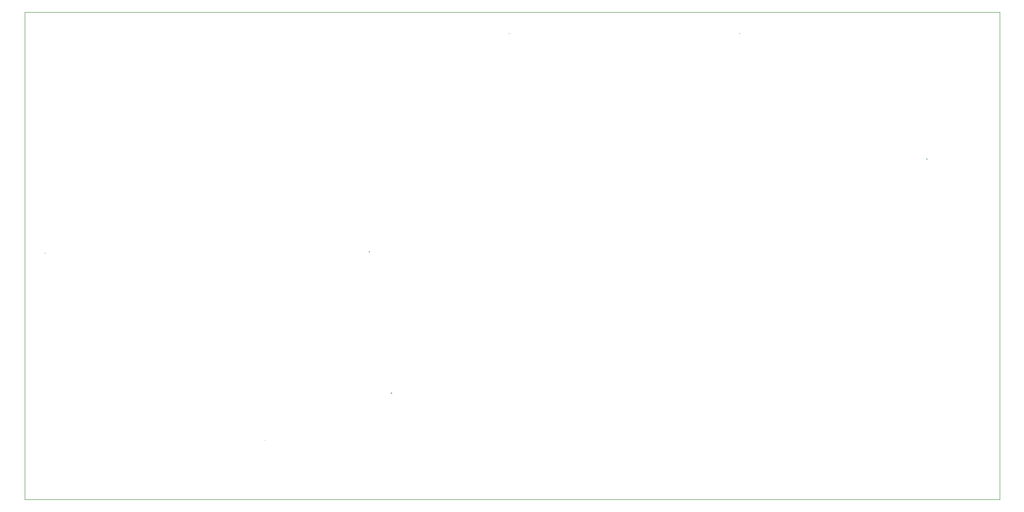
<source format=gbp>
%FSTAX23Y23*%
%MOIN*%
%SFA1B1*%

%IPPOS*%
%ADD19C,0.002360*%
%ADD20C,0.004720*%
%ADD21C,0.002700*%
%LN6502_carrier-1*%
%LPD*%
G54D19*
X06814Y04405D02*
D01*
X06814Y04405*
X06814Y04405*
X06814Y04405*
X06814Y04405*
X06814Y04405*
X06814Y04405*
X06814Y04405*
X06814Y04406*
X06814Y04406*
X06814Y04406*
X06814Y04406*
X06814Y04406*
X06814Y04406*
X06814Y04406*
X06813Y04406*
X06813Y04406*
X06813Y04406*
X06813Y04406*
X06813Y04406*
X06813Y04406*
X06813Y04406*
X06813Y04406*
X06813*
X06813Y04406*
X06813Y04406*
X06813Y04406*
X06812Y04406*
X06812Y04406*
X06812Y04406*
X06812Y04406*
X06812Y04406*
X06812Y04406*
X06812Y04406*
X06812Y04406*
X06812Y04406*
X06812Y04406*
X06812Y04406*
X06812Y04405*
X06812Y04405*
X06812Y04405*
X06812Y04405*
X06812Y04405*
X06812Y04405*
X06812Y04405*
X06812Y04405*
X06812Y04405*
X06812Y04405*
X06812Y04405*
X06812Y04405*
X06812Y04405*
X06812Y04404*
X06812Y04404*
X06812Y04404*
X06812Y04404*
X06812Y04404*
X06812Y04404*
X06812Y04404*
X06812Y04404*
X06812Y04404*
X06812Y04404*
X06812Y04404*
X06812Y04404*
X06812Y04404*
X06813Y04404*
X06813Y04404*
X06813Y04404*
X06813Y04404*
X06813*
X06813Y04404*
X06813Y04404*
X06813Y04404*
X06813Y04404*
X06813Y04404*
X06813Y04404*
X06813Y04404*
X06814Y04404*
X06814Y04404*
X06814Y04404*
X06814Y04404*
X06814Y04404*
X06814Y04404*
X06814Y04404*
X06814Y04404*
X06814Y04404*
X06814Y04405*
X06814Y04405*
X06814Y04405*
X06814Y04405*
X06814Y04405*
X06814Y04405*
X0815Y03507D02*
D01*
X0815Y03507*
X0815Y03507*
X0815Y03507*
X0815Y03507*
X08149Y03507*
X08149Y03507*
X08149Y03507*
X08149Y03507*
X08149Y03507*
X08149Y03507*
X08149Y03508*
X08149Y03508*
X08149Y03508*
X08149Y03508*
X08149Y03508*
X08149Y03508*
X08149Y03508*
X08149Y03508*
X08149Y03508*
X08149Y03508*
X08149Y03508*
X08148Y03508*
X08148*
X08148Y03508*
X08148Y03508*
X08148Y03508*
X08148Y03508*
X08148Y03508*
X08148Y03508*
X08148Y03508*
X08148Y03508*
X08148Y03508*
X08148Y03508*
X08148Y03508*
X08147Y03507*
X08147Y03507*
X08147Y03507*
X08147Y03507*
X08147Y03507*
X08147Y03507*
X08147Y03507*
X08147Y03507*
X08147Y03507*
X08147Y03507*
X08147Y03507*
X08147Y03507*
X08147Y03507*
X08147Y03506*
X08147Y03506*
X08147Y03506*
X08147Y03506*
X08147Y03506*
X08147Y03506*
X08147Y03506*
X08147Y03506*
X08148Y03506*
X08148Y03506*
X08148Y03506*
X08148Y03506*
X08148Y03506*
X08148Y03506*
X08148Y03506*
X08148Y03506*
X08148Y03506*
X08148Y03506*
X08148Y03506*
X08148Y03506*
X08148*
X08149Y03506*
X08149Y03506*
X08149Y03506*
X08149Y03506*
X08149Y03506*
X08149Y03506*
X08149Y03506*
X08149Y03506*
X08149Y03506*
X08149Y03506*
X08149Y03506*
X08149Y03506*
X08149Y03506*
X08149Y03506*
X08149Y03506*
X08149Y03506*
X08149Y03506*
X0815Y03506*
X0815Y03506*
X0815Y03507*
X0815Y03507*
X0815Y03507*
X05169Y04404D02*
D01*
X05169Y04404*
X05169Y04404*
X05169Y04404*
X05169Y04404*
X05169Y04404*
X05169Y04404*
X05169Y04404*
X05169Y04405*
X05169Y04405*
X05169Y04405*
X05169Y04405*
X05169Y04405*
X05169Y04405*
X05169Y04405*
X05168Y04405*
X05168Y04405*
X05168Y04405*
X05168Y04405*
X05168Y04405*
X05168Y04405*
X05168Y04405*
X05168Y04405*
X05168*
X05168Y04405*
X05168Y04405*
X05168Y04405*
X05167Y04405*
X05167Y04405*
X05167Y04405*
X05167Y04405*
X05167Y04405*
X05167Y04405*
X05167Y04405*
X05167Y04405*
X05167Y04405*
X05167Y04405*
X05167Y04405*
X05167Y04404*
X05167Y04404*
X05167Y04404*
X05167Y04404*
X05167Y04404*
X05167Y04404*
X05167Y04404*
X05167Y04404*
X05167Y04404*
X05167Y04404*
X05167Y04404*
X05167Y04404*
X05167Y04404*
X05167Y04403*
X05167Y04403*
X05167Y04403*
X05167Y04403*
X05167Y04403*
X05167Y04403*
X05167Y04403*
X05167Y04403*
X05167Y04403*
X05167Y04403*
X05167Y04403*
X05167Y04403*
X05167Y04403*
X05168Y04403*
X05168Y04403*
X05168Y04403*
X05168Y04403*
X05168*
X05168Y04403*
X05168Y04403*
X05168Y04403*
X05168Y04403*
X05168Y04403*
X05168Y04403*
X05168Y04403*
X05169Y04403*
X05169Y04403*
X05169Y04403*
X05169Y04403*
X05169Y04403*
X05169Y04403*
X05169Y04403*
X05169Y04403*
X05169Y04403*
X05169Y04404*
X05169Y04404*
X05169Y04404*
X05169Y04404*
X05169Y04404*
X05169Y04404*
X01856Y02834D02*
D01*
X01856Y02834*
X01856Y02834*
X01856Y02834*
X01856Y02834*
X01856Y02834*
X01856Y02835*
X01856Y02835*
X01856Y02835*
X01855Y02835*
X01855Y02835*
X01855Y02835*
X01855Y02835*
X01855Y02835*
X01855Y02835*
X01855Y02835*
X01855Y02835*
X01855Y02835*
X01855Y02835*
X01855Y02835*
X01855Y02835*
X01855Y02835*
X01855Y02835*
X01854*
X01854Y02835*
X01854Y02835*
X01854Y02835*
X01854Y02835*
X01854Y02835*
X01854Y02835*
X01854Y02835*
X01854Y02835*
X01854Y02835*
X01854Y02835*
X01854Y02835*
X01854Y02835*
X01854Y02835*
X01853Y02835*
X01853Y02835*
X01853Y02835*
X01853Y02834*
X01853Y02834*
X01853Y02834*
X01853Y02834*
X01853Y02834*
X01853Y02834*
X01853Y02834*
X01853Y02834*
X01853Y02834*
X01853Y02834*
X01853Y02834*
X01853Y02834*
X01853Y02834*
X01853Y02833*
X01854Y02833*
X01854Y02833*
X01854Y02833*
X01854Y02833*
X01854Y02833*
X01854Y02833*
X01854Y02833*
X01854Y02833*
X01854Y02833*
X01854Y02833*
X01854Y02833*
X01854Y02833*
X01854Y02833*
X01854Y02833*
X01855*
X01855Y02833*
X01855Y02833*
X01855Y02833*
X01855Y02833*
X01855Y02833*
X01855Y02833*
X01855Y02833*
X01855Y02833*
X01855Y02833*
X01855Y02833*
X01855Y02833*
X01855Y02833*
X01855Y02833*
X01856Y02833*
X01856Y02834*
X01856Y02834*
X01856Y02834*
X01856Y02834*
X01856Y02834*
X01856Y02834*
X01856Y02834*
X01856Y02834*
X04171Y02844D02*
D01*
X04171Y02844*
X04171Y02844*
X04171Y02844*
X04171Y02844*
X04171Y02844*
X04171Y02845*
X04171Y02845*
X04171Y02845*
X0417Y02845*
X0417Y02845*
X0417Y02845*
X0417Y02845*
X0417Y02845*
X0417Y02845*
X0417Y02845*
X0417Y02845*
X0417Y02845*
X0417Y02845*
X0417Y02845*
X0417Y02845*
X0417Y02845*
X0417Y02845*
X04169*
X04169Y02845*
X04169Y02845*
X04169Y02845*
X04169Y02845*
X04169Y02845*
X04169Y02845*
X04169Y02845*
X04169Y02845*
X04169Y02845*
X04169Y02845*
X04169Y02845*
X04169Y02845*
X04169Y02845*
X04168Y02845*
X04168Y02845*
X04168Y02845*
X04168Y02844*
X04168Y02844*
X04168Y02844*
X04168Y02844*
X04168Y02844*
X04168Y02844*
X04168Y02844*
X04168Y02844*
X04168Y02844*
X04168Y02844*
X04168Y02844*
X04168Y02844*
X04168Y02844*
X04168Y02843*
X04169Y02843*
X04169Y02843*
X04169Y02843*
X04169Y02843*
X04169Y02843*
X04169Y02843*
X04169Y02843*
X04169Y02843*
X04169Y02843*
X04169Y02843*
X04169Y02843*
X04169Y02843*
X04169Y02843*
X04169Y02843*
X0417*
X0417Y02843*
X0417Y02843*
X0417Y02843*
X0417Y02843*
X0417Y02843*
X0417Y02843*
X0417Y02843*
X0417Y02843*
X0417Y02843*
X0417Y02843*
X0417Y02843*
X0417Y02843*
X0417Y02843*
X04171Y02843*
X04171Y02844*
X04171Y02844*
X04171Y02844*
X04171Y02844*
X04171Y02844*
X04171Y02844*
X04171Y02844*
X04171Y02844*
X03426Y01495D02*
D01*
X03426Y01495*
X03426Y01495*
X03426Y01495*
X03426Y01495*
X03426Y01495*
X03426Y01496*
X03426Y01496*
X03426Y01496*
X03425Y01496*
X03425Y01496*
X03425Y01496*
X03425Y01496*
X03425Y01496*
X03425Y01496*
X03425Y01496*
X03425Y01496*
X03425Y01496*
X03425Y01496*
X03425Y01496*
X03425Y01496*
X03425Y01496*
X03425Y01496*
X03424*
X03424Y01496*
X03424Y01496*
X03424Y01496*
X03424Y01496*
X03424Y01496*
X03424Y01496*
X03424Y01496*
X03424Y01496*
X03424Y01496*
X03424Y01496*
X03424Y01496*
X03424Y01496*
X03424Y01496*
X03423Y01496*
X03423Y01496*
X03423Y01496*
X03423Y01495*
X03423Y01495*
X03423Y01495*
X03423Y01495*
X03423Y01495*
X03423Y01495*
X03423Y01495*
X03423Y01495*
X03423Y01495*
X03423Y01495*
X03423Y01495*
X03423Y01495*
X03423Y01494*
X03423Y01494*
X03424Y01494*
X03424Y01494*
X03424Y01494*
X03424Y01494*
X03424Y01494*
X03424Y01494*
X03424Y01494*
X03424Y01494*
X03424Y01494*
X03424Y01494*
X03424Y01494*
X03424Y01494*
X03424Y01494*
X03424Y01494*
X03425*
X03425Y01494*
X03425Y01494*
X03425Y01494*
X03425Y01494*
X03425Y01494*
X03425Y01494*
X03425Y01494*
X03425Y01494*
X03425Y01494*
X03425Y01494*
X03425Y01494*
X03425Y01494*
X03425Y01494*
X03426Y01494*
X03426Y01494*
X03426Y01495*
X03426Y01495*
X03426Y01495*
X03426Y01495*
X03426Y01495*
X03426Y01495*
X03426Y01495*
G54D20*
X0433Y01832D02*
D01*
X0433Y01832*
X0433Y01833*
X0433Y01833*
X04329Y01833*
X04329Y01833*
X04329Y01833*
X04329Y01833*
X04329Y01833*
X04329Y01834*
X04329Y01834*
X04329Y01834*
X04329Y01834*
X04329Y01834*
X04329Y01834*
X04328Y01834*
X04328Y01834*
X04328Y01834*
X04328Y01834*
X04328Y01834*
X04328Y01835*
X04327Y01835*
X04327Y01835*
X04327*
X04327Y01835*
X04327Y01835*
X04327Y01834*
X04326Y01834*
X04326Y01834*
X04326Y01834*
X04326Y01834*
X04326Y01834*
X04326Y01834*
X04326Y01834*
X04326Y01834*
X04325Y01834*
X04325Y01834*
X04325Y01833*
X04325Y01833*
X04325Y01833*
X04325Y01833*
X04325Y01833*
X04325Y01833*
X04325Y01833*
X04325Y01832*
X04325Y01832*
X04325Y01832*
X04325Y01832*
X04325Y01832*
X04325Y01832*
X04325Y01831*
X04325Y01831*
X04325Y01831*
X04325Y01831*
X04325Y01831*
X04325Y01831*
X04326Y01831*
X04326Y0183*
X04326Y0183*
X04326Y0183*
X04326Y0183*
X04326Y0183*
X04326Y0183*
X04326Y0183*
X04327Y0183*
X04327Y0183*
X04327Y0183*
X04327Y0183*
X04327*
X04327Y0183*
X04328Y0183*
X04328Y0183*
X04328Y0183*
X04328Y0183*
X04328Y0183*
X04328Y0183*
X04329Y0183*
X04329Y0183*
X04329Y0183*
X04329Y01831*
X04329Y01831*
X04329Y01831*
X04329Y01831*
X04329Y01831*
X04329Y01831*
X04329Y01831*
X04329Y01832*
X0433Y01832*
X0433Y01832*
X0433Y01832*
X0433Y01832*
G54D21*
X0867Y0107D02*
Y04555D01*
X0171D02*
X0867D01*
X0171Y0107D02*
Y04555D01*
Y0107D02*
X0867D01*
M02*
</source>
